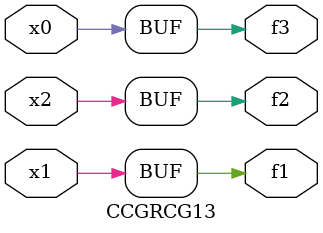
<source format=v>
module CCGRCG13(
	input x0, x1, x2,
	output f1, f2, f3
);
	assign f1 = x1;
	assign f2 = x2;
	assign f3 = x0;
endmodule

</source>
